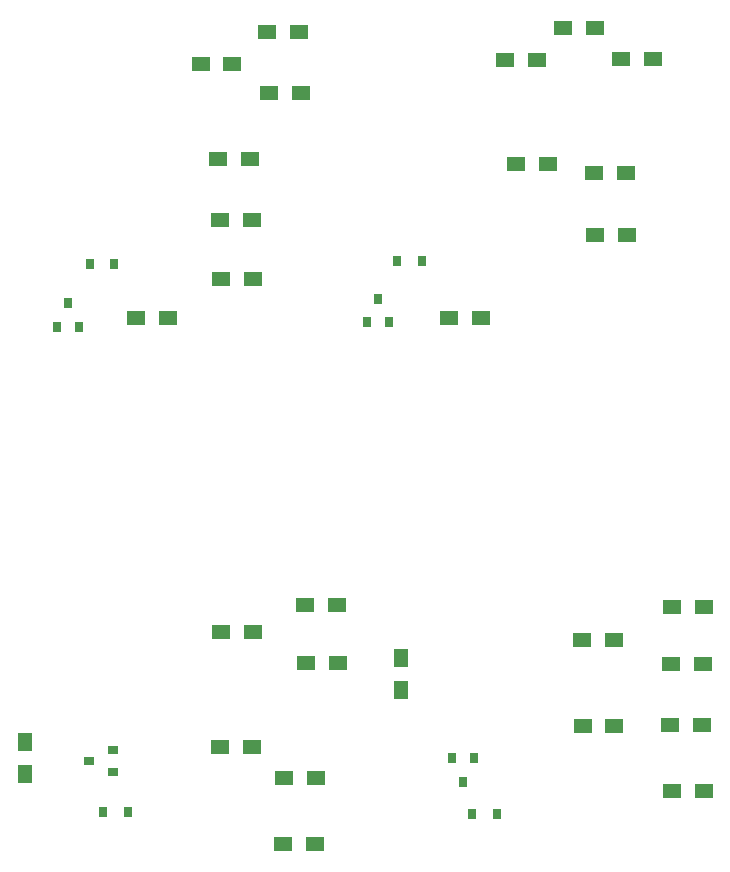
<source format=gbr>
G04 #@! TF.FileFunction,Paste,Bot*
%FSLAX46Y46*%
G04 Gerber Fmt 4.6, Leading zero omitted, Abs format (unit mm)*
G04 Created by KiCad (PCBNEW 4.0.7-e2-6376~58~ubuntu16.04.1) date Fri Jul 20 14:34:32 2018*
%MOMM*%
%LPD*%
G01*
G04 APERTURE LIST*
%ADD10C,0.100000*%
%ADD11R,0.900000X0.800000*%
%ADD12R,0.800000X0.900000*%
%ADD13R,1.500000X1.300000*%
%ADD14R,1.300000X1.500000*%
G04 APERTURE END LIST*
D10*
D11*
X196353780Y-115588640D03*
X196353780Y-117488640D03*
X194353780Y-116538640D03*
D12*
X225050000Y-116300000D03*
X226950000Y-116300000D03*
X226000000Y-118300000D03*
X193507240Y-79773920D03*
X191607240Y-79773920D03*
X192557240Y-77773920D03*
X219737820Y-79390380D03*
X217837820Y-79390380D03*
X218787820Y-77390380D03*
X197643300Y-120869340D03*
X195543300Y-120869340D03*
X196472360Y-74453380D03*
X194372360Y-74453380D03*
X228847200Y-121009040D03*
X226747200Y-121009040D03*
X222522600Y-74189220D03*
X220422600Y-74189220D03*
D13*
X208150000Y-115300000D03*
X205450000Y-115300000D03*
X207968680Y-65535440D03*
X205268680Y-65535440D03*
X238801740Y-113538900D03*
X236101740Y-113538900D03*
X233170560Y-65982480D03*
X230470560Y-65982480D03*
X208179500Y-105624260D03*
X205479500Y-105624260D03*
X206465000Y-57519200D03*
X203765000Y-57519200D03*
X238761100Y-106269420D03*
X236061100Y-106269420D03*
X232276480Y-57209320D03*
X229576480Y-57209320D03*
X208136320Y-70676400D03*
X205436320Y-70676400D03*
X243543940Y-113444920D03*
X246243940Y-113444920D03*
X210800800Y-117922940D03*
X213500800Y-117922940D03*
X237064400Y-66739400D03*
X239764400Y-66739400D03*
X208192200Y-75705600D03*
X205492200Y-75705600D03*
X243653160Y-119086260D03*
X246353160Y-119086260D03*
X210716980Y-123510940D03*
X213416980Y-123510940D03*
X237140600Y-71997200D03*
X239840600Y-71997200D03*
X209550000Y-59950000D03*
X212250000Y-59950000D03*
X243691260Y-103503360D03*
X246391260Y-103503360D03*
X239400000Y-57100000D03*
X242100000Y-57100000D03*
X209400000Y-54825000D03*
X212100000Y-54825000D03*
X243615060Y-108303960D03*
X246315060Y-108303960D03*
X212675000Y-108250000D03*
X215375000Y-108250000D03*
X237125000Y-54475000D03*
X234425000Y-54475000D03*
D14*
X188904720Y-114924480D03*
X188904720Y-117624480D03*
X220728380Y-107799780D03*
X220728380Y-110499780D03*
D13*
X201011620Y-79030460D03*
X198311620Y-79030460D03*
X227496200Y-78982200D03*
X224796200Y-78982200D03*
X212604200Y-103325560D03*
X215304200Y-103325560D03*
M02*

</source>
